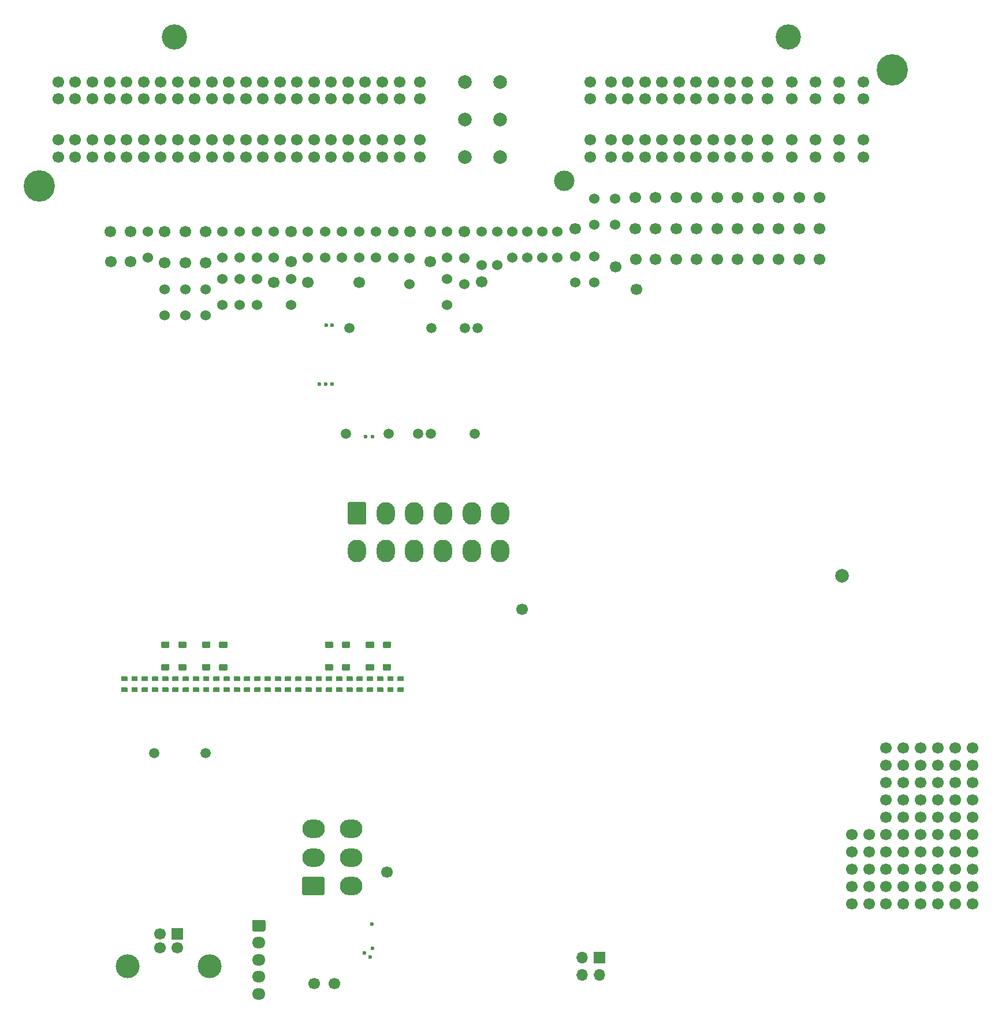
<source format=gbs>
G04 #@! TF.GenerationSoftware,KiCad,Pcbnew,7.0.11-7.0.11~ubuntu22.04.1*
G04 #@! TF.CreationDate,2024-03-26T23:42:08+00:00*
G04 #@! TF.ProjectId,hellen154hyundai,68656c6c-656e-4313-9534-6879756e6461,D*
G04 #@! TF.SameCoordinates,PX5f5e100PYc845880*
G04 #@! TF.FileFunction,Soldermask,Bot*
G04 #@! TF.FilePolarity,Negative*
%FSLAX46Y46*%
G04 Gerber Fmt 4.6, Leading zero omitted, Abs format (unit mm)*
G04 Created by KiCad (PCBNEW 7.0.11-7.0.11~ubuntu22.04.1) date 2024-03-26 23:42:08*
%MOMM*%
%LPD*%
G01*
G04 APERTURE LIST*
%ADD10C,1.700000*%
%ADD11O,1.950000X1.700000*%
%ADD12C,1.524000*%
%ADD13C,4.600000*%
%ADD14C,3.700000*%
%ADD15C,3.000000*%
%ADD16C,2.000000*%
%ADD17R,1.700000X1.700000*%
%ADD18C,3.500000*%
%ADD19O,3.300000X2.700000*%
%ADD20O,1.700000X1.700000*%
%ADD21C,1.500000*%
%ADD22C,0.600000*%
%ADD23O,2.700000X3.300000*%
%ADD24C,0.599999*%
G04 APERTURE END LIST*
D10*
G04 #@! TO.C,P37*
X104500000Y128500000D03*
G04 #@! TD*
G04 #@! TO.C,J1*
G36*
G01*
X48575000Y22650000D02*
X50025000Y22650000D01*
G75*
G02*
X50275000Y22400000I0J-250000D01*
G01*
X50275000Y21200000D01*
G75*
G02*
X50025000Y20950000I-250000J0D01*
G01*
X48575000Y20950000D01*
G75*
G02*
X48325000Y21200000I0J250000D01*
G01*
X48325000Y22400000D01*
G75*
G02*
X48575000Y22650000I250000J0D01*
G01*
G37*
D11*
X49300000Y19300000D03*
X49300000Y16800000D03*
X49300000Y14300000D03*
X49300000Y11800000D03*
G04 #@! TD*
D10*
G04 #@! TO.C,P33*
X128500000Y119500000D03*
G04 #@! TD*
G04 #@! TO.C,P46*
X113500000Y124000000D03*
G04 #@! TD*
D12*
G04 #@! TO.C,F1*
X84300000Y123500000D03*
X84300000Y118600000D03*
G04 #@! TD*
D10*
G04 #@! TO.C,P85*
X68100000Y29600000D03*
G04 #@! TD*
G04 #@! TO.C,P53*
X122500000Y128500000D03*
G04 #@! TD*
G04 #@! TO.C,G9*
X151406545Y24944788D03*
X151406545Y27484788D03*
X151406545Y30024788D03*
X151406545Y32564788D03*
X151406545Y35104788D03*
X153946545Y24944788D03*
X153946545Y27484788D03*
X153946545Y30024788D03*
X153946545Y32564788D03*
X153946545Y35104788D03*
G04 #@! TD*
G04 #@! TO.C,P14*
X79400000Y123505000D03*
G04 #@! TD*
D13*
G04 #@! TO.C,P1*
X17162500Y130250000D03*
D14*
X36912500Y152100000D03*
D15*
X94112500Y131000000D03*
D14*
X126912500Y152100000D03*
D13*
X142162500Y147250000D03*
D10*
X137912500Y145500000D03*
X134412500Y145500000D03*
X130912500Y145500000D03*
X127412500Y145500000D03*
X123912500Y145500000D03*
X120912500Y145500000D03*
X118412500Y145500000D03*
X115912500Y145500000D03*
X113412500Y145500000D03*
X110912500Y145500000D03*
X108412500Y145500000D03*
X105912500Y145500000D03*
X103412500Y145500000D03*
X100912500Y145500000D03*
X97912500Y145500000D03*
X137912500Y143000000D03*
X134412500Y143000000D03*
X130912500Y143000000D03*
X127412500Y143000000D03*
X123912500Y143000000D03*
X120912500Y143000000D03*
X118412500Y143000000D03*
X115912500Y143000000D03*
X113412500Y143000000D03*
X110912500Y143000000D03*
X108412500Y143000000D03*
X105912500Y143000000D03*
X103412500Y143000000D03*
X100912500Y143000000D03*
X97912500Y143000000D03*
X137912500Y137000000D03*
X134412500Y137000000D03*
X130912500Y137000000D03*
X127412500Y137000000D03*
X123912500Y137000000D03*
X120912500Y137000000D03*
X118412500Y137000000D03*
X115912500Y137000000D03*
X113412500Y137000000D03*
X110912500Y137000000D03*
X108412500Y137000000D03*
X105912500Y137000000D03*
X103412500Y137000000D03*
X100912500Y137000000D03*
X97912500Y137000000D03*
X137912500Y134500000D03*
X134412500Y134500000D03*
X130912500Y134500000D03*
X127412500Y134500000D03*
X123912500Y134500000D03*
X120912500Y134500000D03*
X118412500Y134500000D03*
X115912500Y134500000D03*
X113412500Y134500000D03*
X110912500Y134500000D03*
X108412500Y134500000D03*
X105912500Y134500000D03*
X103412500Y134500000D03*
X100912500Y134500000D03*
X97912500Y134500000D03*
D16*
X84712500Y145500000D03*
X79512500Y145500000D03*
X84712500Y140000000D03*
X79512500Y140000000D03*
X84712500Y134500000D03*
X79512500Y134500000D03*
D10*
X72912500Y145500000D03*
X69912500Y145500000D03*
X67412500Y145500000D03*
X64912500Y145500000D03*
X62412500Y145500000D03*
X59912500Y145500000D03*
X57412500Y145500000D03*
X54912500Y145500000D03*
X52412500Y145500000D03*
X49912500Y145500000D03*
X47412500Y145500000D03*
X44912500Y145500000D03*
X42412500Y145500000D03*
X39912500Y145500000D03*
X37412500Y145500000D03*
X34912500Y145500000D03*
X32412500Y145500000D03*
X29912500Y145500000D03*
X27412500Y145500000D03*
X24912500Y145500000D03*
X22412500Y145500000D03*
X19912500Y145500000D03*
X72912500Y143000000D03*
X69912500Y143000000D03*
X67412500Y143000000D03*
X64912500Y143000000D03*
X62412500Y143000000D03*
X59912500Y143000000D03*
X57412500Y143000000D03*
X54912500Y143000000D03*
X52412500Y143000000D03*
X49912500Y143000000D03*
X47412500Y143000000D03*
X44912500Y143000000D03*
X42412500Y143000000D03*
X39912500Y143000000D03*
X37412500Y143000000D03*
X34912500Y143000000D03*
X32412500Y143000000D03*
X29912500Y143000000D03*
X27412500Y143000000D03*
X24912500Y143000000D03*
X22412500Y143000000D03*
X19912500Y143000000D03*
X72912500Y137000000D03*
X69912500Y137000000D03*
X67412500Y137000000D03*
X64912500Y137000000D03*
X62412500Y137000000D03*
X59912500Y137000000D03*
X57412500Y137000000D03*
X54912500Y137000000D03*
X52412500Y137000000D03*
X49912500Y137000000D03*
X47412500Y137000000D03*
X44912500Y137000000D03*
X42412500Y137000000D03*
X39912500Y137000000D03*
X37412500Y137000000D03*
X34912500Y137000000D03*
X32412500Y137000000D03*
X29912500Y137000000D03*
X27412500Y137000000D03*
X24912500Y137000000D03*
X22412500Y137000000D03*
X19912500Y137000000D03*
X72912500Y134500000D03*
X69912500Y134500000D03*
X67412500Y134500000D03*
X64912500Y134500000D03*
X62412500Y134500000D03*
X59912500Y134500000D03*
X57412500Y134500000D03*
X54912500Y134500000D03*
X52412500Y134500000D03*
X49912500Y134500000D03*
X47412500Y134500000D03*
X44912500Y134500000D03*
X42412500Y134500000D03*
X39912500Y134500000D03*
X37412500Y134500000D03*
X34912500Y134500000D03*
X32412500Y134500000D03*
X29912500Y134500000D03*
X27412500Y134500000D03*
X24912500Y134500000D03*
X22412500Y134500000D03*
X19912500Y134500000D03*
G04 #@! TD*
D12*
G04 #@! TO.C,R17*
X41500000Y111295000D03*
X41500000Y115105000D03*
G04 #@! TD*
D10*
G04 #@! TO.C,P45*
X116500000Y128500000D03*
G04 #@! TD*
D12*
G04 #@! TO.C,R30*
X35500000Y111295000D03*
X35500000Y115105000D03*
G04 #@! TD*
D10*
G04 #@! TO.C,P31*
X104600000Y119500000D03*
G04 #@! TD*
G04 #@! TO.C,P87*
X60350003Y13325003D03*
G04 #@! TD*
G04 #@! TO.C,P25*
X116500000Y124000000D03*
G04 #@! TD*
G04 #@! TO.C,P3*
X82000000Y116200000D03*
G04 #@! TD*
D12*
G04 #@! TO.C,R52*
X46500000Y119695000D03*
X46500000Y123505000D03*
G04 #@! TD*
D10*
G04 #@! TO.C,P42*
X125500000Y124000000D03*
G04 #@! TD*
D12*
G04 #@! TO.C,R28*
X54000000Y112795000D03*
X54000000Y116605000D03*
G04 #@! TD*
D10*
G04 #@! TO.C,P24*
X119500000Y119500000D03*
G04 #@! TD*
D17*
G04 #@! TO.C,J40*
X37337501Y20584160D03*
D10*
X34837501Y20584160D03*
X34837501Y18584160D03*
X37337501Y18584160D03*
D18*
X42107501Y15874160D03*
X30067501Y15874160D03*
G04 #@! TD*
D10*
G04 #@! TO.C,P86*
X57450003Y13325003D03*
G04 #@! TD*
G04 #@! TO.C,G7*
X141206545Y24944788D03*
X141206545Y27484788D03*
X141206545Y30024788D03*
X141206545Y32564788D03*
X141206545Y35104788D03*
X143746545Y24944788D03*
X143746545Y27484788D03*
X143746545Y30024788D03*
X143746545Y32564788D03*
X143746545Y35104788D03*
G04 #@! TD*
G04 #@! TO.C,P10*
X27600000Y119100000D03*
G04 #@! TD*
G04 #@! TO.C,P29*
X110500000Y124000000D03*
G04 #@! TD*
G04 #@! TO.C,P41*
X128500000Y124000000D03*
G04 #@! TD*
G04 #@! TO.C,P51*
X128500000Y128500000D03*
G04 #@! TD*
D12*
G04 #@! TO.C,R32*
X76900000Y119695000D03*
X76900000Y123505000D03*
G04 #@! TD*
D10*
G04 #@! TO.C,P44*
X119500000Y128500000D03*
G04 #@! TD*
D12*
G04 #@! TO.C,R58*
X101500000Y124595000D03*
X101500000Y128405000D03*
G04 #@! TD*
D10*
G04 #@! TO.C,P13*
X35500000Y119000000D03*
G04 #@! TD*
G04 #@! TO.C,G5*
X146306545Y37644788D03*
X146306545Y40184788D03*
X146306545Y42724788D03*
X146306545Y45264788D03*
X146306545Y47804788D03*
X148846545Y37644788D03*
X148846545Y40184788D03*
X148846545Y42724788D03*
X148846545Y45264788D03*
X148846545Y47804788D03*
G04 #@! TD*
G04 #@! TO.C,P7*
X56500000Y116100000D03*
G04 #@! TD*
G04 #@! TO.C,P23*
X125500000Y119500000D03*
G04 #@! TD*
G04 #@! TO.C,P21*
X30500000Y123500000D03*
G04 #@! TD*
D12*
G04 #@! TO.C,R39*
X49000000Y112795000D03*
X49000000Y116605000D03*
G04 #@! TD*
G04 #@! TO.C,R4*
X86500000Y119690000D03*
X86500000Y123500000D03*
G04 #@! TD*
G04 #@! TO.C,R12*
X38500000Y111295000D03*
X38500000Y115105000D03*
G04 #@! TD*
D10*
G04 #@! TO.C,P18*
X41500000Y123500000D03*
G04 #@! TD*
G04 #@! TO.C,J4*
G36*
G01*
X58699999Y26250000D02*
X55900001Y26250000D01*
G75*
G02*
X55650000Y26500001I0J250001D01*
G01*
X55650000Y28699999D01*
G75*
G02*
X55900001Y28950000I250001J0D01*
G01*
X58699999Y28950000D01*
G75*
G02*
X58950000Y28699999I0J-250001D01*
G01*
X58950000Y26500001D01*
G75*
G02*
X58699999Y26250000I-250001J0D01*
G01*
G37*
D19*
X57300000Y31800000D03*
X57300000Y36000000D03*
X62800000Y27600000D03*
X62800000Y31800000D03*
X62800000Y36000000D03*
G04 #@! TD*
D10*
G04 #@! TO.C,P27*
X113500000Y119500000D03*
G04 #@! TD*
G04 #@! TO.C,P50*
X131500000Y128500000D03*
G04 #@! TD*
G04 #@! TO.C,G10*
X141206545Y37644788D03*
X141206545Y40184788D03*
X141206545Y42724788D03*
X141206545Y45264788D03*
X141206545Y47804788D03*
X143746545Y37644788D03*
X143746545Y40184788D03*
X143746545Y42724788D03*
X143746545Y45264788D03*
X143746545Y47804788D03*
G04 #@! TD*
G04 #@! TO.C,G4*
X146306545Y24944788D03*
X146306545Y27484788D03*
X146306545Y30024788D03*
X146306545Y32564788D03*
X146306545Y35104788D03*
X148846545Y24944788D03*
X148846545Y27484788D03*
X148846545Y30024788D03*
X148846545Y32564788D03*
X148846545Y35104788D03*
G04 #@! TD*
G04 #@! TO.C,P12*
X41500000Y119000000D03*
G04 #@! TD*
D17*
G04 #@! TO.C,J3*
X99275000Y17082843D03*
D20*
X99275000Y14542843D03*
X96735000Y17082843D03*
X96735000Y14542843D03*
G04 #@! TD*
D12*
G04 #@! TO.C,R35*
X59000000Y119695000D03*
X59000000Y123505000D03*
G04 #@! TD*
G04 #@! TO.C,R29*
X44000000Y112795000D03*
X44000000Y116605000D03*
G04 #@! TD*
G04 #@! TO.C,R53*
X44000000Y119695000D03*
X44000000Y123505000D03*
G04 #@! TD*
G04 #@! TO.C,F2*
X82000000Y123500000D03*
X82000000Y118600000D03*
G04 #@! TD*
D10*
G04 #@! TO.C,P28*
X110500000Y119500000D03*
G04 #@! TD*
D12*
G04 #@! TO.C,R55*
X95700000Y116095000D03*
X95700000Y119905000D03*
G04 #@! TD*
D10*
G04 #@! TO.C,P36*
X107500000Y124000000D03*
G04 #@! TD*
G04 #@! TO.C,P9*
X38500000Y119000000D03*
G04 #@! TD*
D21*
G04 #@! TO.C,M2*
X80950000Y93925003D03*
X74550003Y93925003D03*
X72650000Y93925003D03*
X68350000Y93925003D03*
D22*
X65950003Y93475004D03*
X64950002Y93475004D03*
D21*
X62100000Y93925003D03*
X81400002Y109425000D03*
X79550003Y109425000D03*
X74600000Y109425000D03*
X62550002Y109425000D03*
G04 #@! TD*
D10*
G04 #@! TO.C,P38*
X101600000Y118400000D03*
G04 #@! TD*
G04 #@! TO.C,P32*
X131500000Y119500000D03*
G04 #@! TD*
G04 #@! TO.C,P20*
X35500000Y123500000D03*
G04 #@! TD*
D12*
G04 #@! TO.C,R51*
X49000000Y119695000D03*
X49000000Y123505000D03*
G04 #@! TD*
G04 #@! TO.C,R36*
X56500000Y119695000D03*
X56500000Y123505000D03*
G04 #@! TD*
G04 #@! TO.C,R57*
X90900000Y119690000D03*
X90900000Y123500000D03*
G04 #@! TD*
D10*
G04 #@! TO.C,P19*
X38500000Y123500000D03*
G04 #@! TD*
G04 #@! TO.C,P16*
X71500000Y123500000D03*
G04 #@! TD*
G04 #@! TO.C,P34*
X122500000Y119500000D03*
G04 #@! TD*
D21*
G04 #@! TO.C,BT1*
X41499858Y47100000D03*
X34000000Y47100000D03*
G04 #@! TD*
D12*
G04 #@! TO.C,R34*
X71400000Y115795000D03*
X71400000Y119605000D03*
G04 #@! TD*
D10*
G04 #@! TO.C,P26*
X119500000Y124000000D03*
G04 #@! TD*
G04 #@! TO.C,J2*
G36*
G01*
X62350000Y80850001D02*
X62350000Y83649999D01*
G75*
G02*
X62600001Y83900000I250001J0D01*
G01*
X64799999Y83900000D01*
G75*
G02*
X65050000Y83649999I0J-250001D01*
G01*
X65050000Y80850001D01*
G75*
G02*
X64799999Y80600000I-250001J0D01*
G01*
X62600001Y80600000D01*
G75*
G02*
X62350000Y80850001I0J250001D01*
G01*
G37*
D23*
X67900000Y82250000D03*
X72100000Y82250000D03*
X76300000Y82250000D03*
X80500000Y82250000D03*
X84700000Y82250000D03*
X63700000Y76750000D03*
X67900000Y76750000D03*
X72100000Y76750000D03*
X76300000Y76750000D03*
X80500000Y76750000D03*
X84700000Y76750000D03*
G04 #@! TD*
D10*
G04 #@! TO.C,P30*
X107500000Y119500000D03*
G04 #@! TD*
G04 #@! TO.C,P4*
X54000000Y119100000D03*
G04 #@! TD*
G04 #@! TO.C,P5*
X51500000Y116100000D03*
G04 #@! TD*
D12*
G04 #@! TO.C,R3*
X88700000Y119690000D03*
X88700000Y123500000D03*
G04 #@! TD*
D10*
G04 #@! TO.C,P11*
X64000000Y116100000D03*
G04 #@! TD*
D12*
G04 #@! TO.C,R8*
X79400000Y115795000D03*
X79400000Y119605000D03*
G04 #@! TD*
G04 #@! TO.C,R40*
X46500000Y112795000D03*
X46500000Y116605000D03*
G04 #@! TD*
G04 #@! TO.C,R59*
X98500000Y116095000D03*
X98500000Y119905000D03*
G04 #@! TD*
D10*
G04 #@! TO.C,P49*
X95700000Y124000000D03*
G04 #@! TD*
G04 #@! TO.C,P48*
X104500000Y124000000D03*
G04 #@! TD*
G04 #@! TO.C,P47*
X107500000Y128500000D03*
G04 #@! TD*
D12*
G04 #@! TO.C,R38*
X51500000Y119695000D03*
X51500000Y123505000D03*
G04 #@! TD*
G04 #@! TO.C,R9*
X66500000Y119695000D03*
X66500000Y123505000D03*
G04 #@! TD*
D10*
G04 #@! TO.C,P35*
X116500000Y119500000D03*
G04 #@! TD*
G04 #@! TO.C,P40*
X131500000Y124000000D03*
G04 #@! TD*
G04 #@! TO.C,G6*
X136212813Y24944788D03*
X136212813Y27484788D03*
X136212813Y30024788D03*
X136212813Y32564788D03*
X136212813Y35104788D03*
X138752813Y24944788D03*
X138752813Y27484788D03*
X138752813Y30024788D03*
X138752813Y32564788D03*
X138752813Y35104788D03*
G04 #@! TD*
G04 #@! TO.C,P8*
X54000000Y123500000D03*
G04 #@! TD*
G04 #@! TO.C,P39*
X104700000Y115100000D03*
G04 #@! TD*
D24*
G04 #@! TO.C,M6*
X65675002Y17225002D03*
X64800000Y17750002D03*
X65975004Y18500000D03*
X65900001Y22050001D03*
G04 #@! TD*
D10*
G04 #@! TO.C,G8*
X151406545Y37644788D03*
X151406545Y40184788D03*
X151406545Y42724788D03*
X151406545Y45264788D03*
X151406545Y47804788D03*
X153946545Y37644788D03*
X153946545Y40184788D03*
X153946545Y42724788D03*
X153946545Y45264788D03*
X153946545Y47804788D03*
G04 #@! TD*
G04 #@! TO.C,P52*
X125500000Y128500000D03*
G04 #@! TD*
D12*
G04 #@! TO.C,R46*
X69000000Y119695000D03*
X69000000Y123505000D03*
G04 #@! TD*
D10*
G04 #@! TO.C,P22*
X27500000Y123500000D03*
G04 #@! TD*
D22*
G04 #@! TO.C,M9*
X60074999Y101150000D03*
X59124999Y101150000D03*
X58175001Y101150000D03*
X59174999Y109850000D03*
X60074999Y109850000D03*
G04 #@! TD*
D10*
G04 #@! TO.C,P6*
X30500000Y119100000D03*
G04 #@! TD*
G04 #@! TO.C,P43*
X122500000Y124000000D03*
G04 #@! TD*
D12*
G04 #@! TO.C,R54*
X33000000Y119690000D03*
X33000000Y123500000D03*
G04 #@! TD*
D10*
G04 #@! TO.C,P2*
X74400000Y119100000D03*
G04 #@! TD*
D12*
G04 #@! TO.C,R22*
X76900000Y112795000D03*
X76900000Y116605000D03*
G04 #@! TD*
G04 #@! TO.C,R56*
X98500000Y124595000D03*
X98500000Y128405000D03*
G04 #@! TD*
G04 #@! TO.C,R60*
X93100000Y119690000D03*
X93100000Y123500000D03*
G04 #@! TD*
G04 #@! TO.C,R27*
X61500000Y119695000D03*
X61500000Y123505000D03*
G04 #@! TD*
D10*
G04 #@! TO.C,P15*
X74400000Y123500000D03*
G04 #@! TD*
G04 #@! TO.C,P73*
X87900000Y68200000D03*
G04 #@! TD*
G04 #@! TO.C,P55*
X110500000Y128500000D03*
G04 #@! TD*
G04 #@! TO.C,P54*
X113500000Y128500000D03*
G04 #@! TD*
D12*
G04 #@! TO.C,R47*
X64000000Y119695000D03*
X64000000Y123505000D03*
G04 #@! TD*
G04 #@! TO.C,R91*
G36*
G01*
X69705000Y58325000D02*
X70485000Y58325000D01*
G75*
G02*
X70555000Y58255000I0J-70000D01*
G01*
X70555000Y57695000D01*
G75*
G02*
X70485000Y57625000I-70000J0D01*
G01*
X69705000Y57625000D01*
G75*
G02*
X69635000Y57695000I0J70000D01*
G01*
X69635000Y58255000D01*
G75*
G02*
X69705000Y58325000I70000J0D01*
G01*
G37*
G36*
G01*
X69705000Y56725000D02*
X70485000Y56725000D01*
G75*
G02*
X70555000Y56655000I0J-70000D01*
G01*
X70555000Y56095000D01*
G75*
G02*
X70485000Y56025000I-70000J0D01*
G01*
X69705000Y56025000D01*
G75*
G02*
X69635000Y56095000I0J70000D01*
G01*
X69635000Y56655000D01*
G75*
G02*
X69705000Y56725000I70000J0D01*
G01*
G37*
G04 #@! TD*
G04 #@! TO.C,R81*
G36*
G01*
X48705000Y58325000D02*
X49485000Y58325000D01*
G75*
G02*
X49555000Y58255000I0J-70000D01*
G01*
X49555000Y57695000D01*
G75*
G02*
X49485000Y57625000I-70000J0D01*
G01*
X48705000Y57625000D01*
G75*
G02*
X48635000Y57695000I0J70000D01*
G01*
X48635000Y58255000D01*
G75*
G02*
X48705000Y58325000I70000J0D01*
G01*
G37*
G36*
G01*
X48705000Y56725000D02*
X49485000Y56725000D01*
G75*
G02*
X49555000Y56655000I0J-70000D01*
G01*
X49555000Y56095000D01*
G75*
G02*
X49485000Y56025000I-70000J0D01*
G01*
X48705000Y56025000D01*
G75*
G02*
X48635000Y56095000I0J70000D01*
G01*
X48635000Y56655000D01*
G75*
G02*
X48705000Y56725000I70000J0D01*
G01*
G37*
G04 #@! TD*
G04 #@! TO.C,R48*
G36*
G01*
X35200000Y58325000D02*
X35980000Y58325000D01*
G75*
G02*
X36050000Y58255000I0J-70000D01*
G01*
X36050000Y57695000D01*
G75*
G02*
X35980000Y57625000I-70000J0D01*
G01*
X35200000Y57625000D01*
G75*
G02*
X35130000Y57695000I0J70000D01*
G01*
X35130000Y58255000D01*
G75*
G02*
X35200000Y58325000I70000J0D01*
G01*
G37*
G36*
G01*
X35200000Y56725000D02*
X35980000Y56725000D01*
G75*
G02*
X36050000Y56655000I0J-70000D01*
G01*
X36050000Y56095000D01*
G75*
G02*
X35980000Y56025000I-70000J0D01*
G01*
X35200000Y56025000D01*
G75*
G02*
X35130000Y56095000I0J70000D01*
G01*
X35130000Y56655000D01*
G75*
G02*
X35200000Y56725000I70000J0D01*
G01*
G37*
G04 #@! TD*
G04 #@! TO.C,R74*
G36*
G01*
X39700000Y58325000D02*
X40480000Y58325000D01*
G75*
G02*
X40550000Y58255000I0J-70000D01*
G01*
X40550000Y57695000D01*
G75*
G02*
X40480000Y57625000I-70000J0D01*
G01*
X39700000Y57625000D01*
G75*
G02*
X39630000Y57695000I0J70000D01*
G01*
X39630000Y58255000D01*
G75*
G02*
X39700000Y58325000I70000J0D01*
G01*
G37*
G36*
G01*
X39700000Y56725000D02*
X40480000Y56725000D01*
G75*
G02*
X40550000Y56655000I0J-70000D01*
G01*
X40550000Y56095000D01*
G75*
G02*
X40480000Y56025000I-70000J0D01*
G01*
X39700000Y56025000D01*
G75*
G02*
X39630000Y56095000I0J70000D01*
G01*
X39630000Y56655000D01*
G75*
G02*
X39700000Y56725000I70000J0D01*
G01*
G37*
G04 #@! TD*
G04 #@! TO.C,R26*
G36*
G01*
X29200000Y58325000D02*
X29980000Y58325000D01*
G75*
G02*
X30050000Y58255000I0J-70000D01*
G01*
X30050000Y57695000D01*
G75*
G02*
X29980000Y57625000I-70000J0D01*
G01*
X29200000Y57625000D01*
G75*
G02*
X29130000Y57695000I0J70000D01*
G01*
X29130000Y58255000D01*
G75*
G02*
X29200000Y58325000I70000J0D01*
G01*
G37*
G36*
G01*
X29200000Y56725000D02*
X29980000Y56725000D01*
G75*
G02*
X30050000Y56655000I0J-70000D01*
G01*
X30050000Y56095000D01*
G75*
G02*
X29980000Y56025000I-70000J0D01*
G01*
X29200000Y56025000D01*
G75*
G02*
X29130000Y56095000I0J70000D01*
G01*
X29130000Y56655000D01*
G75*
G02*
X29200000Y56725000I70000J0D01*
G01*
G37*
G04 #@! TD*
G04 #@! TO.C,R80*
G36*
G01*
X51705000Y58325000D02*
X52485000Y58325000D01*
G75*
G02*
X52555000Y58255000I0J-70000D01*
G01*
X52555000Y57695000D01*
G75*
G02*
X52485000Y57625000I-70000J0D01*
G01*
X51705000Y57625000D01*
G75*
G02*
X51635000Y57695000I0J70000D01*
G01*
X51635000Y58255000D01*
G75*
G02*
X51705000Y58325000I70000J0D01*
G01*
G37*
G36*
G01*
X51705000Y56725000D02*
X52485000Y56725000D01*
G75*
G02*
X52555000Y56655000I0J-70000D01*
G01*
X52555000Y56095000D01*
G75*
G02*
X52485000Y56025000I-70000J0D01*
G01*
X51705000Y56025000D01*
G75*
G02*
X51635000Y56095000I0J70000D01*
G01*
X51635000Y56655000D01*
G75*
G02*
X51705000Y56725000I70000J0D01*
G01*
G37*
G04 #@! TD*
G04 #@! TO.C,D4*
G36*
G01*
X60105000Y59225000D02*
X59085000Y59225000D01*
G75*
G02*
X58995000Y59315000I0J90000D01*
G01*
X58995000Y60035000D01*
G75*
G02*
X59085000Y60125000I90000J0D01*
G01*
X60105000Y60125000D01*
G75*
G02*
X60195000Y60035000I0J-90000D01*
G01*
X60195000Y59315000D01*
G75*
G02*
X60105000Y59225000I-90000J0D01*
G01*
G37*
G36*
G01*
X60105000Y62525000D02*
X59085000Y62525000D01*
G75*
G02*
X58995000Y62615000I0J90000D01*
G01*
X58995000Y63335000D01*
G75*
G02*
X59085000Y63425000I90000J0D01*
G01*
X60105000Y63425000D01*
G75*
G02*
X60195000Y63335000I0J-90000D01*
G01*
X60195000Y62615000D01*
G75*
G02*
X60105000Y62525000I-90000J0D01*
G01*
G37*
G04 #@! TD*
G04 #@! TO.C,R93*
G36*
G01*
X66705000Y58325000D02*
X67485000Y58325000D01*
G75*
G02*
X67555000Y58255000I0J-70000D01*
G01*
X67555000Y57695000D01*
G75*
G02*
X67485000Y57625000I-70000J0D01*
G01*
X66705000Y57625000D01*
G75*
G02*
X66635000Y57695000I0J70000D01*
G01*
X66635000Y58255000D01*
G75*
G02*
X66705000Y58325000I70000J0D01*
G01*
G37*
G36*
G01*
X66705000Y56725000D02*
X67485000Y56725000D01*
G75*
G02*
X67555000Y56655000I0J-70000D01*
G01*
X67555000Y56095000D01*
G75*
G02*
X67485000Y56025000I-70000J0D01*
G01*
X66705000Y56025000D01*
G75*
G02*
X66635000Y56095000I0J70000D01*
G01*
X66635000Y56655000D01*
G75*
G02*
X66705000Y56725000I70000J0D01*
G01*
G37*
G04 #@! TD*
D16*
G04 #@! TO.C,J22*
X134800000Y73100000D03*
G04 #@! TD*
G04 #@! TO.C,R92*
G36*
G01*
X60705000Y58325000D02*
X61485000Y58325000D01*
G75*
G02*
X61555000Y58255000I0J-70000D01*
G01*
X61555000Y57695000D01*
G75*
G02*
X61485000Y57625000I-70000J0D01*
G01*
X60705000Y57625000D01*
G75*
G02*
X60635000Y57695000I0J70000D01*
G01*
X60635000Y58255000D01*
G75*
G02*
X60705000Y58325000I70000J0D01*
G01*
G37*
G36*
G01*
X60705000Y56725000D02*
X61485000Y56725000D01*
G75*
G02*
X61555000Y56655000I0J-70000D01*
G01*
X61555000Y56095000D01*
G75*
G02*
X61485000Y56025000I-70000J0D01*
G01*
X60705000Y56025000D01*
G75*
G02*
X60635000Y56095000I0J70000D01*
G01*
X60635000Y56655000D01*
G75*
G02*
X60705000Y56725000I70000J0D01*
G01*
G37*
G04 #@! TD*
G04 #@! TO.C,D25*
G36*
G01*
X62605000Y59225000D02*
X61585000Y59225000D01*
G75*
G02*
X61495000Y59315000I0J90000D01*
G01*
X61495000Y60035000D01*
G75*
G02*
X61585000Y60125000I90000J0D01*
G01*
X62605000Y60125000D01*
G75*
G02*
X62695000Y60035000I0J-90000D01*
G01*
X62695000Y59315000D01*
G75*
G02*
X62605000Y59225000I-90000J0D01*
G01*
G37*
G36*
G01*
X62605000Y62525000D02*
X61585000Y62525000D01*
G75*
G02*
X61495000Y62615000I0J90000D01*
G01*
X61495000Y63335000D01*
G75*
G02*
X61585000Y63425000I90000J0D01*
G01*
X62605000Y63425000D01*
G75*
G02*
X62695000Y63335000I0J-90000D01*
G01*
X62695000Y62615000D01*
G75*
G02*
X62605000Y62525000I-90000J0D01*
G01*
G37*
G04 #@! TD*
G04 #@! TO.C,R49*
G36*
G01*
X38200000Y58325000D02*
X38980000Y58325000D01*
G75*
G02*
X39050000Y58255000I0J-70000D01*
G01*
X39050000Y57695000D01*
G75*
G02*
X38980000Y57625000I-70000J0D01*
G01*
X38200000Y57625000D01*
G75*
G02*
X38130000Y57695000I0J70000D01*
G01*
X38130000Y58255000D01*
G75*
G02*
X38200000Y58325000I70000J0D01*
G01*
G37*
G36*
G01*
X38200000Y56725000D02*
X38980000Y56725000D01*
G75*
G02*
X39050000Y56655000I0J-70000D01*
G01*
X39050000Y56095000D01*
G75*
G02*
X38980000Y56025000I-70000J0D01*
G01*
X38200000Y56025000D01*
G75*
G02*
X38130000Y56095000I0J70000D01*
G01*
X38130000Y56655000D01*
G75*
G02*
X38200000Y56725000I70000J0D01*
G01*
G37*
G04 #@! TD*
G04 #@! TO.C,R70*
G36*
G01*
X57705000Y58325000D02*
X58485000Y58325000D01*
G75*
G02*
X58555000Y58255000I0J-70000D01*
G01*
X58555000Y57695000D01*
G75*
G02*
X58485000Y57625000I-70000J0D01*
G01*
X57705000Y57625000D01*
G75*
G02*
X57635000Y57695000I0J70000D01*
G01*
X57635000Y58255000D01*
G75*
G02*
X57705000Y58325000I70000J0D01*
G01*
G37*
G36*
G01*
X57705000Y56725000D02*
X58485000Y56725000D01*
G75*
G02*
X58555000Y56655000I0J-70000D01*
G01*
X58555000Y56095000D01*
G75*
G02*
X58485000Y56025000I-70000J0D01*
G01*
X57705000Y56025000D01*
G75*
G02*
X57635000Y56095000I0J70000D01*
G01*
X57635000Y56655000D01*
G75*
G02*
X57705000Y56725000I70000J0D01*
G01*
G37*
G04 #@! TD*
G04 #@! TO.C,D39*
G36*
G01*
X42100000Y59225000D02*
X41080000Y59225000D01*
G75*
G02*
X40990000Y59315000I0J90000D01*
G01*
X40990000Y60035000D01*
G75*
G02*
X41080000Y60125000I90000J0D01*
G01*
X42100000Y60125000D01*
G75*
G02*
X42190000Y60035000I0J-90000D01*
G01*
X42190000Y59315000D01*
G75*
G02*
X42100000Y59225000I-90000J0D01*
G01*
G37*
G36*
G01*
X42100000Y62525000D02*
X41080000Y62525000D01*
G75*
G02*
X40990000Y62615000I0J90000D01*
G01*
X40990000Y63335000D01*
G75*
G02*
X41080000Y63425000I90000J0D01*
G01*
X42100000Y63425000D01*
G75*
G02*
X42190000Y63335000I0J-90000D01*
G01*
X42190000Y62615000D01*
G75*
G02*
X42100000Y62525000I-90000J0D01*
G01*
G37*
G04 #@! TD*
G04 #@! TO.C,R87*
G36*
G01*
X62205000Y58325000D02*
X62985000Y58325000D01*
G75*
G02*
X63055000Y58255000I0J-70000D01*
G01*
X63055000Y57695000D01*
G75*
G02*
X62985000Y57625000I-70000J0D01*
G01*
X62205000Y57625000D01*
G75*
G02*
X62135000Y57695000I0J70000D01*
G01*
X62135000Y58255000D01*
G75*
G02*
X62205000Y58325000I70000J0D01*
G01*
G37*
G36*
G01*
X62205000Y56725000D02*
X62985000Y56725000D01*
G75*
G02*
X63055000Y56655000I0J-70000D01*
G01*
X63055000Y56095000D01*
G75*
G02*
X62985000Y56025000I-70000J0D01*
G01*
X62205000Y56025000D01*
G75*
G02*
X62135000Y56095000I0J70000D01*
G01*
X62135000Y56655000D01*
G75*
G02*
X62205000Y56725000I70000J0D01*
G01*
G37*
G04 #@! TD*
G04 #@! TO.C,R69*
G36*
G01*
X33700000Y58325000D02*
X34480000Y58325000D01*
G75*
G02*
X34550000Y58255000I0J-70000D01*
G01*
X34550000Y57695000D01*
G75*
G02*
X34480000Y57625000I-70000J0D01*
G01*
X33700000Y57625000D01*
G75*
G02*
X33630000Y57695000I0J70000D01*
G01*
X33630000Y58255000D01*
G75*
G02*
X33700000Y58325000I70000J0D01*
G01*
G37*
G36*
G01*
X33700000Y56725000D02*
X34480000Y56725000D01*
G75*
G02*
X34550000Y56655000I0J-70000D01*
G01*
X34550000Y56095000D01*
G75*
G02*
X34480000Y56025000I-70000J0D01*
G01*
X33700000Y56025000D01*
G75*
G02*
X33630000Y56095000I0J70000D01*
G01*
X33630000Y56655000D01*
G75*
G02*
X33700000Y56725000I70000J0D01*
G01*
G37*
G04 #@! TD*
G04 #@! TO.C,D44*
G36*
G01*
X38600000Y59225000D02*
X37580000Y59225000D01*
G75*
G02*
X37490000Y59315000I0J90000D01*
G01*
X37490000Y60035000D01*
G75*
G02*
X37580000Y60125000I90000J0D01*
G01*
X38600000Y60125000D01*
G75*
G02*
X38690000Y60035000I0J-90000D01*
G01*
X38690000Y59315000D01*
G75*
G02*
X38600000Y59225000I-90000J0D01*
G01*
G37*
G36*
G01*
X38600000Y62525000D02*
X37580000Y62525000D01*
G75*
G02*
X37490000Y62615000I0J90000D01*
G01*
X37490000Y63335000D01*
G75*
G02*
X37580000Y63425000I90000J0D01*
G01*
X38600000Y63425000D01*
G75*
G02*
X38690000Y63335000I0J-90000D01*
G01*
X38690000Y62615000D01*
G75*
G02*
X38600000Y62525000I-90000J0D01*
G01*
G37*
G04 #@! TD*
G04 #@! TO.C,R33*
G36*
G01*
X53205000Y58325000D02*
X53985000Y58325000D01*
G75*
G02*
X54055000Y58255000I0J-70000D01*
G01*
X54055000Y57695000D01*
G75*
G02*
X53985000Y57625000I-70000J0D01*
G01*
X53205000Y57625000D01*
G75*
G02*
X53135000Y57695000I0J70000D01*
G01*
X53135000Y58255000D01*
G75*
G02*
X53205000Y58325000I70000J0D01*
G01*
G37*
G36*
G01*
X53205000Y56725000D02*
X53985000Y56725000D01*
G75*
G02*
X54055000Y56655000I0J-70000D01*
G01*
X54055000Y56095000D01*
G75*
G02*
X53985000Y56025000I-70000J0D01*
G01*
X53205000Y56025000D01*
G75*
G02*
X53135000Y56095000I0J70000D01*
G01*
X53135000Y56655000D01*
G75*
G02*
X53205000Y56725000I70000J0D01*
G01*
G37*
G04 #@! TD*
G04 #@! TO.C,R89*
G36*
G01*
X68205000Y58325000D02*
X68985000Y58325000D01*
G75*
G02*
X69055000Y58255000I0J-70000D01*
G01*
X69055000Y57695000D01*
G75*
G02*
X68985000Y57625000I-70000J0D01*
G01*
X68205000Y57625000D01*
G75*
G02*
X68135000Y57695000I0J70000D01*
G01*
X68135000Y58255000D01*
G75*
G02*
X68205000Y58325000I70000J0D01*
G01*
G37*
G36*
G01*
X68205000Y56725000D02*
X68985000Y56725000D01*
G75*
G02*
X69055000Y56655000I0J-70000D01*
G01*
X69055000Y56095000D01*
G75*
G02*
X68985000Y56025000I-70000J0D01*
G01*
X68205000Y56025000D01*
G75*
G02*
X68135000Y56095000I0J70000D01*
G01*
X68135000Y56655000D01*
G75*
G02*
X68205000Y56725000I70000J0D01*
G01*
G37*
G04 #@! TD*
G04 #@! TO.C,R73*
G36*
G01*
X45700000Y58325000D02*
X46480000Y58325000D01*
G75*
G02*
X46550000Y58255000I0J-70000D01*
G01*
X46550000Y57695000D01*
G75*
G02*
X46480000Y57625000I-70000J0D01*
G01*
X45700000Y57625000D01*
G75*
G02*
X45630000Y57695000I0J70000D01*
G01*
X45630000Y58255000D01*
G75*
G02*
X45700000Y58325000I70000J0D01*
G01*
G37*
G36*
G01*
X45700000Y56725000D02*
X46480000Y56725000D01*
G75*
G02*
X46550000Y56655000I0J-70000D01*
G01*
X46550000Y56095000D01*
G75*
G02*
X46480000Y56025000I-70000J0D01*
G01*
X45700000Y56025000D01*
G75*
G02*
X45630000Y56095000I0J70000D01*
G01*
X45630000Y56655000D01*
G75*
G02*
X45700000Y56725000I70000J0D01*
G01*
G37*
G04 #@! TD*
G04 #@! TO.C,D31*
G36*
G01*
X66105000Y59225000D02*
X65085000Y59225000D01*
G75*
G02*
X64995000Y59315000I0J90000D01*
G01*
X64995000Y60035000D01*
G75*
G02*
X65085000Y60125000I90000J0D01*
G01*
X66105000Y60125000D01*
G75*
G02*
X66195000Y60035000I0J-90000D01*
G01*
X66195000Y59315000D01*
G75*
G02*
X66105000Y59225000I-90000J0D01*
G01*
G37*
G36*
G01*
X66105000Y62525000D02*
X65085000Y62525000D01*
G75*
G02*
X64995000Y62615000I0J90000D01*
G01*
X64995000Y63335000D01*
G75*
G02*
X65085000Y63425000I90000J0D01*
G01*
X66105000Y63425000D01*
G75*
G02*
X66195000Y63335000I0J-90000D01*
G01*
X66195000Y62615000D01*
G75*
G02*
X66105000Y62525000I-90000J0D01*
G01*
G37*
G04 #@! TD*
G04 #@! TO.C,D41*
G36*
G01*
X36100000Y59225000D02*
X35080000Y59225000D01*
G75*
G02*
X34990000Y59315000I0J90000D01*
G01*
X34990000Y60035000D01*
G75*
G02*
X35080000Y60125000I90000J0D01*
G01*
X36100000Y60125000D01*
G75*
G02*
X36190000Y60035000I0J-90000D01*
G01*
X36190000Y59315000D01*
G75*
G02*
X36100000Y59225000I-90000J0D01*
G01*
G37*
G36*
G01*
X36100000Y62525000D02*
X35080000Y62525000D01*
G75*
G02*
X34990000Y62615000I0J90000D01*
G01*
X34990000Y63335000D01*
G75*
G02*
X35080000Y63425000I90000J0D01*
G01*
X36100000Y63425000D01*
G75*
G02*
X36190000Y63335000I0J-90000D01*
G01*
X36190000Y62615000D01*
G75*
G02*
X36100000Y62525000I-90000J0D01*
G01*
G37*
G04 #@! TD*
G04 #@! TO.C,R77*
G36*
G01*
X36700000Y58325000D02*
X37480000Y58325000D01*
G75*
G02*
X37550000Y58255000I0J-70000D01*
G01*
X37550000Y57695000D01*
G75*
G02*
X37480000Y57625000I-70000J0D01*
G01*
X36700000Y57625000D01*
G75*
G02*
X36630000Y57695000I0J70000D01*
G01*
X36630000Y58255000D01*
G75*
G02*
X36700000Y58325000I70000J0D01*
G01*
G37*
G36*
G01*
X36700000Y56725000D02*
X37480000Y56725000D01*
G75*
G02*
X37550000Y56655000I0J-70000D01*
G01*
X37550000Y56095000D01*
G75*
G02*
X37480000Y56025000I-70000J0D01*
G01*
X36700000Y56025000D01*
G75*
G02*
X36630000Y56095000I0J70000D01*
G01*
X36630000Y56655000D01*
G75*
G02*
X36700000Y56725000I70000J0D01*
G01*
G37*
G04 #@! TD*
G04 #@! TO.C,R42*
G36*
G01*
X44200000Y58325000D02*
X44980000Y58325000D01*
G75*
G02*
X45050000Y58255000I0J-70000D01*
G01*
X45050000Y57695000D01*
G75*
G02*
X44980000Y57625000I-70000J0D01*
G01*
X44200000Y57625000D01*
G75*
G02*
X44130000Y57695000I0J70000D01*
G01*
X44130000Y58255000D01*
G75*
G02*
X44200000Y58325000I70000J0D01*
G01*
G37*
G36*
G01*
X44200000Y56725000D02*
X44980000Y56725000D01*
G75*
G02*
X45050000Y56655000I0J-70000D01*
G01*
X45050000Y56095000D01*
G75*
G02*
X44980000Y56025000I-70000J0D01*
G01*
X44200000Y56025000D01*
G75*
G02*
X44130000Y56095000I0J70000D01*
G01*
X44130000Y56655000D01*
G75*
G02*
X44200000Y56725000I70000J0D01*
G01*
G37*
G04 #@! TD*
G04 #@! TO.C,R75*
G36*
G01*
X42700000Y58325000D02*
X43480000Y58325000D01*
G75*
G02*
X43550000Y58255000I0J-70000D01*
G01*
X43550000Y57695000D01*
G75*
G02*
X43480000Y57625000I-70000J0D01*
G01*
X42700000Y57625000D01*
G75*
G02*
X42630000Y57695000I0J70000D01*
G01*
X42630000Y58255000D01*
G75*
G02*
X42700000Y58325000I70000J0D01*
G01*
G37*
G36*
G01*
X42700000Y56725000D02*
X43480000Y56725000D01*
G75*
G02*
X43550000Y56655000I0J-70000D01*
G01*
X43550000Y56095000D01*
G75*
G02*
X43480000Y56025000I-70000J0D01*
G01*
X42700000Y56025000D01*
G75*
G02*
X42630000Y56095000I0J70000D01*
G01*
X42630000Y56655000D01*
G75*
G02*
X42700000Y56725000I70000J0D01*
G01*
G37*
G04 #@! TD*
G04 #@! TO.C,R72*
G36*
G01*
X54705000Y58325000D02*
X55485000Y58325000D01*
G75*
G02*
X55555000Y58255000I0J-70000D01*
G01*
X55555000Y57695000D01*
G75*
G02*
X55485000Y57625000I-70000J0D01*
G01*
X54705000Y57625000D01*
G75*
G02*
X54635000Y57695000I0J70000D01*
G01*
X54635000Y58255000D01*
G75*
G02*
X54705000Y58325000I70000J0D01*
G01*
G37*
G36*
G01*
X54705000Y56725000D02*
X55485000Y56725000D01*
G75*
G02*
X55555000Y56655000I0J-70000D01*
G01*
X55555000Y56095000D01*
G75*
G02*
X55485000Y56025000I-70000J0D01*
G01*
X54705000Y56025000D01*
G75*
G02*
X54635000Y56095000I0J70000D01*
G01*
X54635000Y56655000D01*
G75*
G02*
X54705000Y56725000I70000J0D01*
G01*
G37*
G04 #@! TD*
G04 #@! TO.C,R79*
G36*
G01*
X50205000Y58325000D02*
X50985000Y58325000D01*
G75*
G02*
X51055000Y58255000I0J-70000D01*
G01*
X51055000Y57695000D01*
G75*
G02*
X50985000Y57625000I-70000J0D01*
G01*
X50205000Y57625000D01*
G75*
G02*
X50135000Y57695000I0J70000D01*
G01*
X50135000Y58255000D01*
G75*
G02*
X50205000Y58325000I70000J0D01*
G01*
G37*
G36*
G01*
X50205000Y56725000D02*
X50985000Y56725000D01*
G75*
G02*
X51055000Y56655000I0J-70000D01*
G01*
X51055000Y56095000D01*
G75*
G02*
X50985000Y56025000I-70000J0D01*
G01*
X50205000Y56025000D01*
G75*
G02*
X50135000Y56095000I0J70000D01*
G01*
X50135000Y56655000D01*
G75*
G02*
X50205000Y56725000I70000J0D01*
G01*
G37*
G04 #@! TD*
G04 #@! TO.C,R37*
G36*
G01*
X56205000Y58325000D02*
X56985000Y58325000D01*
G75*
G02*
X57055000Y58255000I0J-70000D01*
G01*
X57055000Y57695000D01*
G75*
G02*
X56985000Y57625000I-70000J0D01*
G01*
X56205000Y57625000D01*
G75*
G02*
X56135000Y57695000I0J70000D01*
G01*
X56135000Y58255000D01*
G75*
G02*
X56205000Y58325000I70000J0D01*
G01*
G37*
G36*
G01*
X56205000Y56725000D02*
X56985000Y56725000D01*
G75*
G02*
X57055000Y56655000I0J-70000D01*
G01*
X57055000Y56095000D01*
G75*
G02*
X56985000Y56025000I-70000J0D01*
G01*
X56205000Y56025000D01*
G75*
G02*
X56135000Y56095000I0J70000D01*
G01*
X56135000Y56655000D01*
G75*
G02*
X56205000Y56725000I70000J0D01*
G01*
G37*
G04 #@! TD*
G04 #@! TO.C,D40*
G36*
G01*
X44600000Y59225000D02*
X43580000Y59225000D01*
G75*
G02*
X43490000Y59315000I0J90000D01*
G01*
X43490000Y60035000D01*
G75*
G02*
X43580000Y60125000I90000J0D01*
G01*
X44600000Y60125000D01*
G75*
G02*
X44690000Y60035000I0J-90000D01*
G01*
X44690000Y59315000D01*
G75*
G02*
X44600000Y59225000I-90000J0D01*
G01*
G37*
G36*
G01*
X44600000Y62525000D02*
X43580000Y62525000D01*
G75*
G02*
X43490000Y62615000I0J90000D01*
G01*
X43490000Y63335000D01*
G75*
G02*
X43580000Y63425000I90000J0D01*
G01*
X44600000Y63425000D01*
G75*
G02*
X44690000Y63335000I0J-90000D01*
G01*
X44690000Y62615000D01*
G75*
G02*
X44600000Y62525000I-90000J0D01*
G01*
G37*
G04 #@! TD*
G04 #@! TO.C,R31*
G36*
G01*
X32200000Y58325000D02*
X32980000Y58325000D01*
G75*
G02*
X33050000Y58255000I0J-70000D01*
G01*
X33050000Y57695000D01*
G75*
G02*
X32980000Y57625000I-70000J0D01*
G01*
X32200000Y57625000D01*
G75*
G02*
X32130000Y57695000I0J70000D01*
G01*
X32130000Y58255000D01*
G75*
G02*
X32200000Y58325000I70000J0D01*
G01*
G37*
G36*
G01*
X32200000Y56725000D02*
X32980000Y56725000D01*
G75*
G02*
X33050000Y56655000I0J-70000D01*
G01*
X33050000Y56095000D01*
G75*
G02*
X32980000Y56025000I-70000J0D01*
G01*
X32200000Y56025000D01*
G75*
G02*
X32130000Y56095000I0J70000D01*
G01*
X32130000Y56655000D01*
G75*
G02*
X32200000Y56725000I70000J0D01*
G01*
G37*
G04 #@! TD*
G04 #@! TO.C,R41*
G36*
G01*
X41200000Y58325000D02*
X41980000Y58325000D01*
G75*
G02*
X42050000Y58255000I0J-70000D01*
G01*
X42050000Y57695000D01*
G75*
G02*
X41980000Y57625000I-70000J0D01*
G01*
X41200000Y57625000D01*
G75*
G02*
X41130000Y57695000I0J70000D01*
G01*
X41130000Y58255000D01*
G75*
G02*
X41200000Y58325000I70000J0D01*
G01*
G37*
G36*
G01*
X41200000Y56725000D02*
X41980000Y56725000D01*
G75*
G02*
X42050000Y56655000I0J-70000D01*
G01*
X42050000Y56095000D01*
G75*
G02*
X41980000Y56025000I-70000J0D01*
G01*
X41200000Y56025000D01*
G75*
G02*
X41130000Y56095000I0J70000D01*
G01*
X41130000Y56655000D01*
G75*
G02*
X41200000Y56725000I70000J0D01*
G01*
G37*
G04 #@! TD*
G04 #@! TO.C,R71*
G36*
G01*
X30700000Y58325000D02*
X31480000Y58325000D01*
G75*
G02*
X31550000Y58255000I0J-70000D01*
G01*
X31550000Y57695000D01*
G75*
G02*
X31480000Y57625000I-70000J0D01*
G01*
X30700000Y57625000D01*
G75*
G02*
X30630000Y57695000I0J70000D01*
G01*
X30630000Y58255000D01*
G75*
G02*
X30700000Y58325000I70000J0D01*
G01*
G37*
G36*
G01*
X30700000Y56725000D02*
X31480000Y56725000D01*
G75*
G02*
X31550000Y56655000I0J-70000D01*
G01*
X31550000Y56095000D01*
G75*
G02*
X31480000Y56025000I-70000J0D01*
G01*
X30700000Y56025000D01*
G75*
G02*
X30630000Y56095000I0J70000D01*
G01*
X30630000Y56655000D01*
G75*
G02*
X30700000Y56725000I70000J0D01*
G01*
G37*
G04 #@! TD*
G04 #@! TO.C,D32*
G36*
G01*
X68605000Y59225000D02*
X67585000Y59225000D01*
G75*
G02*
X67495000Y59315000I0J90000D01*
G01*
X67495000Y60035000D01*
G75*
G02*
X67585000Y60125000I90000J0D01*
G01*
X68605000Y60125000D01*
G75*
G02*
X68695000Y60035000I0J-90000D01*
G01*
X68695000Y59315000D01*
G75*
G02*
X68605000Y59225000I-90000J0D01*
G01*
G37*
G36*
G01*
X68605000Y62525000D02*
X67585000Y62525000D01*
G75*
G02*
X67495000Y62615000I0J90000D01*
G01*
X67495000Y63335000D01*
G75*
G02*
X67585000Y63425000I90000J0D01*
G01*
X68605000Y63425000D01*
G75*
G02*
X68695000Y63335000I0J-90000D01*
G01*
X68695000Y62615000D01*
G75*
G02*
X68605000Y62525000I-90000J0D01*
G01*
G37*
G04 #@! TD*
G04 #@! TO.C,R90*
G36*
G01*
X63705000Y58325000D02*
X64485000Y58325000D01*
G75*
G02*
X64555000Y58255000I0J-70000D01*
G01*
X64555000Y57695000D01*
G75*
G02*
X64485000Y57625000I-70000J0D01*
G01*
X63705000Y57625000D01*
G75*
G02*
X63635000Y57695000I0J70000D01*
G01*
X63635000Y58255000D01*
G75*
G02*
X63705000Y58325000I70000J0D01*
G01*
G37*
G36*
G01*
X63705000Y56725000D02*
X64485000Y56725000D01*
G75*
G02*
X64555000Y56655000I0J-70000D01*
G01*
X64555000Y56095000D01*
G75*
G02*
X64485000Y56025000I-70000J0D01*
G01*
X63705000Y56025000D01*
G75*
G02*
X63635000Y56095000I0J70000D01*
G01*
X63635000Y56655000D01*
G75*
G02*
X63705000Y56725000I70000J0D01*
G01*
G37*
G04 #@! TD*
G04 #@! TO.C,R78*
G36*
G01*
X47205000Y58325000D02*
X47985000Y58325000D01*
G75*
G02*
X48055000Y58255000I0J-70000D01*
G01*
X48055000Y57695000D01*
G75*
G02*
X47985000Y57625000I-70000J0D01*
G01*
X47205000Y57625000D01*
G75*
G02*
X47135000Y57695000I0J70000D01*
G01*
X47135000Y58255000D01*
G75*
G02*
X47205000Y58325000I70000J0D01*
G01*
G37*
G36*
G01*
X47205000Y56725000D02*
X47985000Y56725000D01*
G75*
G02*
X48055000Y56655000I0J-70000D01*
G01*
X48055000Y56095000D01*
G75*
G02*
X47985000Y56025000I-70000J0D01*
G01*
X47205000Y56025000D01*
G75*
G02*
X47135000Y56095000I0J70000D01*
G01*
X47135000Y56655000D01*
G75*
G02*
X47205000Y56725000I70000J0D01*
G01*
G37*
G04 #@! TD*
G04 #@! TO.C,R88*
G36*
G01*
X65205000Y58325000D02*
X65985000Y58325000D01*
G75*
G02*
X66055000Y58255000I0J-70000D01*
G01*
X66055000Y57695000D01*
G75*
G02*
X65985000Y57625000I-70000J0D01*
G01*
X65205000Y57625000D01*
G75*
G02*
X65135000Y57695000I0J70000D01*
G01*
X65135000Y58255000D01*
G75*
G02*
X65205000Y58325000I70000J0D01*
G01*
G37*
G36*
G01*
X65205000Y56725000D02*
X65985000Y56725000D01*
G75*
G02*
X66055000Y56655000I0J-70000D01*
G01*
X66055000Y56095000D01*
G75*
G02*
X65985000Y56025000I-70000J0D01*
G01*
X65205000Y56025000D01*
G75*
G02*
X65135000Y56095000I0J70000D01*
G01*
X65135000Y56655000D01*
G75*
G02*
X65205000Y56725000I70000J0D01*
G01*
G37*
G04 #@! TD*
G04 #@! TO.C,R86*
G36*
G01*
X59205000Y58325000D02*
X59985000Y58325000D01*
G75*
G02*
X60055000Y58255000I0J-70000D01*
G01*
X60055000Y57695000D01*
G75*
G02*
X59985000Y57625000I-70000J0D01*
G01*
X59205000Y57625000D01*
G75*
G02*
X59135000Y57695000I0J70000D01*
G01*
X59135000Y58255000D01*
G75*
G02*
X59205000Y58325000I70000J0D01*
G01*
G37*
G36*
G01*
X59205000Y56725000D02*
X59985000Y56725000D01*
G75*
G02*
X60055000Y56655000I0J-70000D01*
G01*
X60055000Y56095000D01*
G75*
G02*
X59985000Y56025000I-70000J0D01*
G01*
X59205000Y56025000D01*
G75*
G02*
X59135000Y56095000I0J70000D01*
G01*
X59135000Y56655000D01*
G75*
G02*
X59205000Y56725000I70000J0D01*
G01*
G37*
G04 #@! TD*
M02*

</source>
